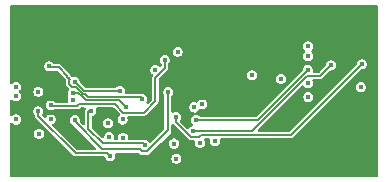
<source format=gbr>
%TF.GenerationSoftware,KiCad,Pcbnew,9.0.2*%
%TF.CreationDate,2025-07-04T11:51:32+02:00*%
%TF.ProjectId,WiFi_1YN,57694669-5f31-4594-9e2e-6b696361645f,rev?*%
%TF.SameCoordinates,Original*%
%TF.FileFunction,Copper,L2,Inr*%
%TF.FilePolarity,Positive*%
%FSLAX46Y46*%
G04 Gerber Fmt 4.6, Leading zero omitted, Abs format (unit mm)*
G04 Created by KiCad (PCBNEW 9.0.2) date 2025-07-04 11:51:32*
%MOMM*%
%LPD*%
G01*
G04 APERTURE LIST*
%TA.AperFunction,ViaPad*%
%ADD10C,0.450000*%
%TD*%
%TA.AperFunction,Conductor*%
%ADD11C,0.200000*%
%TD*%
%TA.AperFunction,Conductor*%
%ADD12C,0.127000*%
%TD*%
G04 APERTURE END LIST*
D10*
%TO.N,GND*%
X191300000Y-66150000D03*
X200025000Y-72212200D03*
X193395600Y-61595000D03*
X196780000Y-74884200D03*
X210315100Y-61625400D03*
X206300000Y-65600000D03*
X200374999Y-66672254D03*
X202415569Y-72118587D03*
X210315100Y-74909600D03*
X217093800Y-72339200D03*
X201375285Y-70027800D03*
X197500000Y-63600000D03*
X204350000Y-67275000D03*
X203581000Y-61595000D03*
X213715600Y-72339200D03*
X200180500Y-61600000D03*
X218475000Y-65125000D03*
X200101200Y-68275200D03*
X217093800Y-74904600D03*
X207850000Y-68150000D03*
X203581000Y-74879200D03*
X205598660Y-63613410D03*
X191010000Y-67440000D03*
X196780000Y-61600000D03*
X216900000Y-66875000D03*
X194021017Y-66922348D03*
X201320400Y-70662800D03*
X198551800Y-65227200D03*
X201701400Y-74447400D03*
X213715600Y-61620400D03*
X206500000Y-67100000D03*
X208100000Y-66500000D03*
X213715600Y-74904600D03*
X198780400Y-68021200D03*
X189362212Y-69881334D03*
X215836831Y-65501119D03*
X206959200Y-61595000D03*
X203100000Y-65900000D03*
X193389400Y-64968200D03*
X193395600Y-74879200D03*
X198875000Y-66700000D03*
X204375000Y-65650000D03*
X206959200Y-74879200D03*
X215750000Y-67180000D03*
X189995100Y-74884200D03*
X203500000Y-63700000D03*
X215850000Y-64950000D03*
X196773800Y-64973200D03*
X200787000Y-65278000D03*
X191860000Y-71940000D03*
X217093800Y-61620400D03*
X201800000Y-63600000D03*
X189995100Y-61600000D03*
X204114400Y-74188500D03*
X207700000Y-64400000D03*
X202400000Y-66800000D03*
X189988900Y-64973200D03*
X200180500Y-74884200D03*
%TO.N,+3.3V*%
X218400000Y-68000000D03*
X202100000Y-68400000D03*
X192140000Y-70720000D03*
X205000000Y-69450000D03*
X194190000Y-70750000D03*
X211650000Y-67290000D03*
%TO.N,/BT_UART_TX*%
X199900000Y-69000000D03*
X192040000Y-66230000D03*
%TO.N,/BT_PCM_IN*%
X197104000Y-72237600D03*
X189210000Y-68770000D03*
%TO.N,/BT_PCM_OUT*%
X198272400Y-72270458D03*
X189210000Y-67975000D03*
%TO.N,/BT_REG_ON*%
X200100521Y-72899479D03*
X195600000Y-70039000D03*
%TO.N,/BT_UART_RX*%
X198023090Y-68294700D03*
X194190000Y-67550000D03*
%TO.N,/WL_REG_ON*%
X204319715Y-69696130D03*
X189210000Y-70740000D03*
%TO.N,/BT_HOST_WAKE*%
X192140000Y-69530000D03*
X201800000Y-65700000D03*
%TO.N,/BT_DEV_WAKE*%
X191160400Y-71932800D03*
X201007090Y-66520713D03*
%TO.N,/BT_UART_RTS*%
X194000000Y-69125003D03*
X198247000Y-70739000D03*
%TO.N,/BT_UART_CTS*%
X194000000Y-68500000D03*
X198510000Y-69680000D03*
%TO.N,/BT_PCM_CLK*%
X197200000Y-73850000D03*
X191110000Y-70040000D03*
%TO.N,/BT_PCM_SYNC*%
X197002400Y-71069200D03*
X191109600Y-68376800D03*
%TO.N,/WIFI_SDIO_CMD*%
X206050000Y-72600000D03*
X213950000Y-64550000D03*
%TO.N,/WIFI_SDIO_CLK*%
X202800000Y-74050000D03*
X213950000Y-65350000D03*
%TO.N,/WL_GPIO_0_HOST_WAKE*%
X218475000Y-66075000D03*
X202751136Y-70525000D03*
%TO.N,/WIFI_SDIO_DAT3*%
X215875000Y-66150000D03*
X204239672Y-71735328D03*
%TO.N,/WIFI_SDIO_DAT1*%
X204439717Y-70760283D03*
X213900000Y-66550000D03*
%TO.N,/WIFI_SDIO_DAT2*%
X202599998Y-72774998D03*
X213950000Y-67680000D03*
%TO.N,/WIFI_SDIO_DAT0*%
X204779578Y-72711500D03*
X213970000Y-68830000D03*
%TO.N,/32KHz*%
X209200000Y-66990000D03*
X202900000Y-65000000D03*
%TD*%
D11*
%TO.N,+3.3V*%
X199882644Y-73425479D02*
X200318398Y-73425479D01*
X200318398Y-73425479D02*
X202073998Y-71669879D01*
X199701865Y-73244700D02*
X199882644Y-73425479D01*
X194190000Y-70905881D02*
X196528819Y-73244700D01*
X196528819Y-73244700D02*
X199701865Y-73244700D01*
X194190000Y-70750000D02*
X194190000Y-70905881D01*
X202073998Y-68426002D02*
X202100000Y-68400000D01*
X202073998Y-71669879D02*
X202073998Y-68426002D01*
D12*
%TO.N,/BT_UART_TX*%
X193997597Y-68014500D02*
X193725500Y-67742403D01*
X198095862Y-68802000D02*
X195302000Y-68802000D01*
X193762431Y-67320665D02*
X193556517Y-67114751D01*
X195054000Y-68554000D02*
X194871560Y-68554000D01*
X199900000Y-68954000D02*
X199796000Y-68850000D01*
X194871560Y-68554000D02*
X194332060Y-68014500D01*
X194332060Y-68014500D02*
X193997597Y-68014500D01*
X193556517Y-67114751D02*
X193556517Y-67056517D01*
X199900000Y-69000000D02*
X199900000Y-68954000D01*
X193725500Y-67357597D02*
X193762431Y-67320665D01*
X192836400Y-66336400D02*
X192146400Y-66336400D01*
X193556517Y-67056517D02*
X192836400Y-66336400D01*
X192146400Y-66336400D02*
X192040000Y-66230000D01*
X199796000Y-68850000D02*
X198143862Y-68850000D01*
X198143862Y-68850000D02*
X198095862Y-68802000D01*
X193725500Y-67742403D02*
X193725500Y-67357597D01*
X195302000Y-68802000D02*
X195054000Y-68554000D01*
%TO.N,/BT_REG_ON*%
X199960000Y-72758958D02*
X200100521Y-72899479D01*
X195350000Y-71550400D02*
X196558558Y-72758958D01*
X195350000Y-70039000D02*
X195350000Y-71550400D01*
X195600000Y-70039000D02*
X195350000Y-70039000D01*
X196558558Y-72758958D02*
X199960000Y-72758958D01*
%TO.N,/BT_UART_RX*%
X197991790Y-68326000D02*
X194966000Y-68326000D01*
X194966000Y-68326000D02*
X194190000Y-67550000D01*
X198023090Y-68294700D02*
X197991790Y-68326000D01*
%TO.N,/BT_HOST_WAKE*%
X194392758Y-69619500D02*
X192329500Y-69619500D01*
X201025000Y-67157600D02*
X201062461Y-67157600D01*
X201025000Y-67157600D02*
X201025000Y-69175000D01*
X198307242Y-70169500D02*
X197595742Y-69458000D01*
X194554258Y-69458000D02*
X194392758Y-69619500D01*
X192329500Y-69619500D02*
X192240000Y-69530000D01*
X201062461Y-67157600D02*
X201800000Y-66420061D01*
X197595742Y-69458000D02*
X194554258Y-69458000D01*
X201025000Y-69175000D02*
X200030500Y-70169500D01*
X201800000Y-66420061D02*
X201800000Y-65700000D01*
X200030500Y-70169500D02*
X198307242Y-70169500D01*
%TO.N,/BT_UART_CTS*%
X194000000Y-68500000D02*
X194495120Y-68500000D01*
X194495120Y-68500000D02*
X194777120Y-68782000D01*
X195130000Y-69130000D02*
X197960000Y-69130000D01*
X194777120Y-68782000D02*
X194782000Y-68782000D01*
X194782000Y-68782000D02*
X195130000Y-69130000D01*
X197960000Y-69130000D02*
X198510000Y-69680000D01*
%TO.N,/BT_PCM_CLK*%
X197200000Y-73850000D02*
X196959200Y-73609200D01*
X196959200Y-73609200D02*
X194259200Y-73609200D01*
X191110000Y-70460000D02*
X191110000Y-70040000D01*
X194259200Y-73609200D02*
X191110000Y-70460000D01*
%TO.N,/WL_GPIO_0_HOST_WAKE*%
X212486672Y-72063328D02*
X204868672Y-72063328D01*
X202751136Y-70939050D02*
X202751136Y-70525000D01*
X218475000Y-66075000D02*
X212486672Y-72063328D01*
X204036914Y-72224828D02*
X202751136Y-70939050D01*
X204868672Y-72063328D02*
X204707172Y-72224828D01*
X204707172Y-72224828D02*
X204036914Y-72224828D01*
%TO.N,/WIFI_SDIO_DAT3*%
X215875000Y-66150000D02*
X214985500Y-67039500D01*
X213874362Y-67039500D02*
X209178534Y-71735328D01*
X214985500Y-67039500D02*
X213874362Y-67039500D01*
X209178534Y-71735328D02*
X204239672Y-71735328D01*
%TO.N,/WIFI_SDIO_DAT1*%
X209689717Y-70760283D02*
X204439717Y-70760283D01*
X213900000Y-66550000D02*
X209689717Y-70760283D01*
%TD*%
%TA.AperFunction,Conductor*%
%TO.N,GND*%
G36*
X219842539Y-61090185D02*
G01*
X219888294Y-61142989D01*
X219899500Y-61194500D01*
X219899500Y-75478100D01*
X219879815Y-75545139D01*
X219827011Y-75590894D01*
X219775500Y-75602100D01*
X188830500Y-75602100D01*
X188763461Y-75582415D01*
X188717706Y-75529611D01*
X188706500Y-75478100D01*
X188706500Y-71876782D01*
X190734900Y-71876782D01*
X190734900Y-71988818D01*
X190763897Y-72097037D01*
X190819915Y-72194063D01*
X190899137Y-72273285D01*
X190996163Y-72329303D01*
X191104382Y-72358300D01*
X191104384Y-72358300D01*
X191216416Y-72358300D01*
X191216418Y-72358300D01*
X191324637Y-72329303D01*
X191421663Y-72273285D01*
X191500885Y-72194063D01*
X191556903Y-72097037D01*
X191585900Y-71988818D01*
X191585900Y-71876782D01*
X191556903Y-71768563D01*
X191500885Y-71671537D01*
X191421663Y-71592315D01*
X191324637Y-71536297D01*
X191216418Y-71507300D01*
X191104382Y-71507300D01*
X190996163Y-71536297D01*
X190996160Y-71536298D01*
X190899140Y-71592313D01*
X190899134Y-71592317D01*
X190819917Y-71671534D01*
X190819913Y-71671540D01*
X190763898Y-71768560D01*
X190763897Y-71768563D01*
X190734900Y-71876782D01*
X188706500Y-71876782D01*
X188706500Y-71137610D01*
X188726185Y-71070571D01*
X188778989Y-71024816D01*
X188848147Y-71014872D01*
X188911703Y-71043897D01*
X188918181Y-71049929D01*
X188948737Y-71080485D01*
X189045763Y-71136503D01*
X189153982Y-71165500D01*
X189153984Y-71165500D01*
X189266016Y-71165500D01*
X189266018Y-71165500D01*
X189374237Y-71136503D01*
X189471263Y-71080485D01*
X189550485Y-71001263D01*
X189606503Y-70904237D01*
X189635500Y-70796018D01*
X189635500Y-70683982D01*
X189606503Y-70575763D01*
X189550485Y-70478737D01*
X189471263Y-70399515D01*
X189374237Y-70343497D01*
X189266018Y-70314500D01*
X189153982Y-70314500D01*
X189045763Y-70343497D01*
X189045760Y-70343498D01*
X188948740Y-70399513D01*
X188948734Y-70399517D01*
X188918181Y-70430071D01*
X188856858Y-70463556D01*
X188787166Y-70458572D01*
X188731233Y-70416700D01*
X188706816Y-70351236D01*
X188706500Y-70342390D01*
X188706500Y-69983982D01*
X190684500Y-69983982D01*
X190684500Y-70096018D01*
X190713497Y-70204237D01*
X190769515Y-70301263D01*
X190769517Y-70301265D01*
X190809681Y-70341429D01*
X190843166Y-70402752D01*
X190846000Y-70429110D01*
X190846000Y-70512513D01*
X190886192Y-70609544D01*
X194035392Y-73758744D01*
X194109656Y-73833008D01*
X194206687Y-73873200D01*
X196670558Y-73873200D01*
X196737597Y-73892885D01*
X196783352Y-73945689D01*
X196790330Y-73965100D01*
X196803497Y-74014237D01*
X196859515Y-74111263D01*
X196938737Y-74190485D01*
X197035763Y-74246503D01*
X197143982Y-74275500D01*
X197143984Y-74275500D01*
X197256016Y-74275500D01*
X197256018Y-74275500D01*
X197364237Y-74246503D01*
X197461263Y-74190485D01*
X197540485Y-74111263D01*
X197596503Y-74014237D01*
X197601930Y-73993982D01*
X202374500Y-73993982D01*
X202374500Y-74106018D01*
X202403497Y-74214237D01*
X202459515Y-74311263D01*
X202538737Y-74390485D01*
X202635763Y-74446503D01*
X202743982Y-74475500D01*
X202743984Y-74475500D01*
X202856016Y-74475500D01*
X202856018Y-74475500D01*
X202964237Y-74446503D01*
X203061263Y-74390485D01*
X203140485Y-74311263D01*
X203196503Y-74214237D01*
X203225500Y-74106018D01*
X203225500Y-73993982D01*
X203196503Y-73885763D01*
X203140485Y-73788737D01*
X203061263Y-73709515D01*
X202964237Y-73653497D01*
X202856018Y-73624500D01*
X202743982Y-73624500D01*
X202635763Y-73653497D01*
X202635760Y-73653498D01*
X202538740Y-73709513D01*
X202538734Y-73709517D01*
X202459517Y-73788734D01*
X202459513Y-73788740D01*
X202403498Y-73885760D01*
X202403497Y-73885763D01*
X202374500Y-73993982D01*
X197601930Y-73993982D01*
X197625500Y-73906018D01*
X197625500Y-73793982D01*
X197600664Y-73701292D01*
X197602327Y-73631443D01*
X197641490Y-73573581D01*
X197705718Y-73546077D01*
X197720439Y-73545200D01*
X199526032Y-73545200D01*
X199593071Y-73564885D01*
X199613713Y-73581519D01*
X199642184Y-73609990D01*
X199698133Y-73665939D01*
X199698135Y-73665940D01*
X199698139Y-73665943D01*
X199732469Y-73685763D01*
X199766655Y-73705500D01*
X199843082Y-73725979D01*
X199843084Y-73725979D01*
X200357958Y-73725979D01*
X200357960Y-73725979D01*
X200434387Y-73705500D01*
X200502909Y-73665939D01*
X200558858Y-73609990D01*
X201449868Y-72718980D01*
X202174498Y-72718980D01*
X202174498Y-72831016D01*
X202203495Y-72939235D01*
X202259513Y-73036261D01*
X202338735Y-73115483D01*
X202435761Y-73171501D01*
X202543980Y-73200498D01*
X202543982Y-73200498D01*
X202656014Y-73200498D01*
X202656016Y-73200498D01*
X202764235Y-73171501D01*
X202861261Y-73115483D01*
X202940483Y-73036261D01*
X202996501Y-72939235D01*
X203025498Y-72831016D01*
X203025498Y-72718980D01*
X202996501Y-72610761D01*
X202940483Y-72513735D01*
X202861261Y-72434513D01*
X202764235Y-72378495D01*
X202656016Y-72349498D01*
X202543980Y-72349498D01*
X202435761Y-72378495D01*
X202435758Y-72378496D01*
X202338738Y-72434511D01*
X202338732Y-72434515D01*
X202259515Y-72513732D01*
X202259511Y-72513738D01*
X202203496Y-72610758D01*
X202203495Y-72610761D01*
X202174498Y-72718980D01*
X201449868Y-72718980D01*
X202314458Y-71854390D01*
X202354019Y-71785868D01*
X202374498Y-71709441D01*
X202374498Y-71235126D01*
X202394183Y-71168087D01*
X202446987Y-71122332D01*
X202516145Y-71112388D01*
X202579701Y-71141413D01*
X202586178Y-71147444D01*
X203887370Y-72448637D01*
X203955981Y-72477056D01*
X203984401Y-72488828D01*
X203984402Y-72488828D01*
X204089427Y-72488828D01*
X204237133Y-72488828D01*
X204304172Y-72508513D01*
X204349927Y-72561317D01*
X204359871Y-72630475D01*
X204356908Y-72644920D01*
X204354078Y-72655480D01*
X204354078Y-72655482D01*
X204354078Y-72767518D01*
X204383075Y-72875737D01*
X204439093Y-72972763D01*
X204518315Y-73051985D01*
X204615341Y-73108003D01*
X204723560Y-73137000D01*
X204723562Y-73137000D01*
X204835594Y-73137000D01*
X204835596Y-73137000D01*
X204943815Y-73108003D01*
X205040841Y-73051985D01*
X205120063Y-72972763D01*
X205176081Y-72875737D01*
X205205078Y-72767518D01*
X205205078Y-72655482D01*
X205176081Y-72547263D01*
X205156487Y-72513326D01*
X205140016Y-72445427D01*
X205162869Y-72379400D01*
X205217791Y-72336210D01*
X205263876Y-72327328D01*
X205520953Y-72327328D01*
X205587992Y-72347013D01*
X205633747Y-72399817D01*
X205643691Y-72468975D01*
X205640731Y-72483404D01*
X205624500Y-72543982D01*
X205624500Y-72656018D01*
X205653497Y-72764237D01*
X205709515Y-72861263D01*
X205788737Y-72940485D01*
X205885763Y-72996503D01*
X205993982Y-73025500D01*
X205993984Y-73025500D01*
X206106016Y-73025500D01*
X206106018Y-73025500D01*
X206214237Y-72996503D01*
X206311263Y-72940485D01*
X206390485Y-72861263D01*
X206446503Y-72764237D01*
X206475500Y-72656018D01*
X206475500Y-72543982D01*
X206459272Y-72483418D01*
X206460935Y-72413572D01*
X206500097Y-72355710D01*
X206564325Y-72328205D01*
X206579047Y-72327328D01*
X212539184Y-72327328D01*
X212539185Y-72327328D01*
X212636216Y-72287136D01*
X216979371Y-67943982D01*
X217974500Y-67943982D01*
X217974500Y-68056018D01*
X218003497Y-68164237D01*
X218059515Y-68261263D01*
X218138737Y-68340485D01*
X218235763Y-68396503D01*
X218343982Y-68425500D01*
X218343984Y-68425500D01*
X218456016Y-68425500D01*
X218456018Y-68425500D01*
X218564237Y-68396503D01*
X218661263Y-68340485D01*
X218740485Y-68261263D01*
X218796503Y-68164237D01*
X218825500Y-68056018D01*
X218825500Y-67943982D01*
X218796503Y-67835763D01*
X218740485Y-67738737D01*
X218661263Y-67659515D01*
X218564237Y-67603497D01*
X218456018Y-67574500D01*
X218343982Y-67574500D01*
X218235763Y-67603497D01*
X218235760Y-67603498D01*
X218138740Y-67659513D01*
X218138734Y-67659517D01*
X218059517Y-67738734D01*
X218059513Y-67738740D01*
X218003498Y-67835760D01*
X218003497Y-67835763D01*
X217974500Y-67943982D01*
X216979371Y-67943982D01*
X218386534Y-66536819D01*
X218447857Y-66503334D01*
X218474215Y-66500500D01*
X218531016Y-66500500D01*
X218531018Y-66500500D01*
X218639237Y-66471503D01*
X218736263Y-66415485D01*
X218815485Y-66336263D01*
X218871503Y-66239237D01*
X218900500Y-66131018D01*
X218900500Y-66018982D01*
X218871503Y-65910763D01*
X218815485Y-65813737D01*
X218736263Y-65734515D01*
X218639237Y-65678497D01*
X218531018Y-65649500D01*
X218418982Y-65649500D01*
X218310763Y-65678497D01*
X218310760Y-65678498D01*
X218213740Y-65734513D01*
X218213734Y-65734517D01*
X218134517Y-65813734D01*
X218134513Y-65813740D01*
X218078498Y-65910760D01*
X218078497Y-65910763D01*
X218049500Y-66018982D01*
X218049500Y-66075785D01*
X218029815Y-66142824D01*
X218013181Y-66163466D01*
X212413639Y-71763009D01*
X212352316Y-71796494D01*
X212325958Y-71799328D01*
X209787248Y-71799328D01*
X209720209Y-71779643D01*
X209674454Y-71726839D01*
X209664510Y-71657681D01*
X209693535Y-71594125D01*
X209699567Y-71587647D01*
X211149856Y-70137358D01*
X212513231Y-68773982D01*
X213544500Y-68773982D01*
X213544500Y-68886018D01*
X213564529Y-68960765D01*
X213573497Y-68994236D01*
X213573498Y-68994239D01*
X213582169Y-69009258D01*
X213629515Y-69091263D01*
X213708737Y-69170485D01*
X213805763Y-69226503D01*
X213913982Y-69255500D01*
X213913984Y-69255500D01*
X214026016Y-69255500D01*
X214026018Y-69255500D01*
X214134237Y-69226503D01*
X214231263Y-69170485D01*
X214310485Y-69091263D01*
X214366503Y-68994237D01*
X214395500Y-68886018D01*
X214395500Y-68773982D01*
X214366503Y-68665763D01*
X214310485Y-68568737D01*
X214231263Y-68489515D01*
X214134237Y-68433497D01*
X214026018Y-68404500D01*
X213913982Y-68404500D01*
X213805763Y-68433497D01*
X213805760Y-68433498D01*
X213708740Y-68489513D01*
X213708734Y-68489517D01*
X213629517Y-68568734D01*
X213629513Y-68568740D01*
X213573498Y-68665760D01*
X213573497Y-68665763D01*
X213544500Y-68773982D01*
X212513231Y-68773982D01*
X213398777Y-67888436D01*
X213460098Y-67854953D01*
X213529790Y-67859937D01*
X213585723Y-67901809D01*
X213593841Y-67914115D01*
X213609515Y-67941263D01*
X213688737Y-68020485D01*
X213785763Y-68076503D01*
X213893982Y-68105500D01*
X213893984Y-68105500D01*
X214006016Y-68105500D01*
X214006018Y-68105500D01*
X214114237Y-68076503D01*
X214211263Y-68020485D01*
X214290485Y-67941263D01*
X214346503Y-67844237D01*
X214375500Y-67736018D01*
X214375500Y-67623982D01*
X214346503Y-67515763D01*
X214331339Y-67489499D01*
X214314867Y-67421600D01*
X214337719Y-67355573D01*
X214392641Y-67312382D01*
X214438727Y-67303500D01*
X215038012Y-67303500D01*
X215038013Y-67303500D01*
X215135044Y-67263308D01*
X215786534Y-66611819D01*
X215847857Y-66578334D01*
X215874215Y-66575500D01*
X215931016Y-66575500D01*
X215931018Y-66575500D01*
X216039237Y-66546503D01*
X216136263Y-66490485D01*
X216215485Y-66411263D01*
X216271503Y-66314237D01*
X216300500Y-66206018D01*
X216300500Y-66093982D01*
X216271503Y-65985763D01*
X216215485Y-65888737D01*
X216136263Y-65809515D01*
X216071579Y-65772169D01*
X216039239Y-65753498D01*
X216039238Y-65753497D01*
X216039237Y-65753497D01*
X215931018Y-65724500D01*
X215818982Y-65724500D01*
X215710763Y-65753497D01*
X215710760Y-65753498D01*
X215613740Y-65809513D01*
X215613734Y-65809517D01*
X215534517Y-65888734D01*
X215534513Y-65888740D01*
X215478498Y-65985760D01*
X215478497Y-65985763D01*
X215449500Y-66093982D01*
X215449500Y-66150785D01*
X215429815Y-66217824D01*
X215413181Y-66238466D01*
X214912467Y-66739181D01*
X214851144Y-66772666D01*
X214824786Y-66775500D01*
X214441687Y-66775500D01*
X214374648Y-66755815D01*
X214328893Y-66703011D01*
X214318949Y-66633853D01*
X214321909Y-66619417D01*
X214325500Y-66606018D01*
X214325500Y-66493982D01*
X214296503Y-66385763D01*
X214240485Y-66288737D01*
X214161263Y-66209515D01*
X214064237Y-66153497D01*
X213956018Y-66124500D01*
X213843982Y-66124500D01*
X213735763Y-66153497D01*
X213735760Y-66153498D01*
X213638740Y-66209513D01*
X213638734Y-66209517D01*
X213559517Y-66288734D01*
X213559513Y-66288740D01*
X213503498Y-66385760D01*
X213503497Y-66385763D01*
X213474500Y-66493982D01*
X213474500Y-66550786D01*
X213454815Y-66617825D01*
X213438181Y-66638467D01*
X209616684Y-70459964D01*
X209555361Y-70493449D01*
X209529003Y-70496283D01*
X204828827Y-70496283D01*
X204761788Y-70476598D01*
X204741146Y-70459964D01*
X204700982Y-70419800D01*
X204700980Y-70419798D01*
X204603954Y-70363780D01*
X204495735Y-70334783D01*
X204495734Y-70334783D01*
X204487885Y-70332680D01*
X204488522Y-70330299D01*
X204435992Y-70307047D01*
X204397534Y-70248713D01*
X204396719Y-70178848D01*
X204433806Y-70119634D01*
X204476765Y-70096516D01*
X204476445Y-70095742D01*
X204483943Y-70092635D01*
X204483952Y-70092633D01*
X204580978Y-70036615D01*
X204660200Y-69957393D01*
X204691592Y-69903019D01*
X204742156Y-69854805D01*
X204810763Y-69841581D01*
X204831072Y-69845245D01*
X204835759Y-69846501D01*
X204835763Y-69846503D01*
X204943982Y-69875500D01*
X204943985Y-69875500D01*
X205056016Y-69875500D01*
X205056018Y-69875500D01*
X205164237Y-69846503D01*
X205261263Y-69790485D01*
X205340485Y-69711263D01*
X205396503Y-69614237D01*
X205425500Y-69506018D01*
X205425500Y-69393982D01*
X205396503Y-69285763D01*
X205340485Y-69188737D01*
X205261263Y-69109515D01*
X205185283Y-69065648D01*
X205164239Y-69053498D01*
X205164238Y-69053497D01*
X205164237Y-69053497D01*
X205056018Y-69024500D01*
X204943982Y-69024500D01*
X204835763Y-69053497D01*
X204835760Y-69053498D01*
X204738740Y-69109513D01*
X204738734Y-69109517D01*
X204659517Y-69188734D01*
X204659513Y-69188740D01*
X204628121Y-69243111D01*
X204577553Y-69291326D01*
X204508946Y-69304547D01*
X204488642Y-69300884D01*
X204483953Y-69299627D01*
X204483952Y-69299627D01*
X204375733Y-69270630D01*
X204263697Y-69270630D01*
X204155478Y-69299627D01*
X204155475Y-69299628D01*
X204058455Y-69355643D01*
X204058449Y-69355647D01*
X203979232Y-69434864D01*
X203979228Y-69434870D01*
X203923213Y-69531890D01*
X203923212Y-69531893D01*
X203894215Y-69640112D01*
X203894215Y-69752148D01*
X203918179Y-69841581D01*
X203923212Y-69860366D01*
X203923213Y-69860369D01*
X203931948Y-69875499D01*
X203979230Y-69957393D01*
X204058452Y-70036615D01*
X204155478Y-70092633D01*
X204263697Y-70121630D01*
X204263699Y-70121630D01*
X204271547Y-70123733D01*
X204270908Y-70126117D01*
X204323418Y-70149348D01*
X204361889Y-70207673D01*
X204362719Y-70277537D01*
X204325646Y-70336760D01*
X204282666Y-70359898D01*
X204282987Y-70360671D01*
X204275477Y-70363781D01*
X204178457Y-70419796D01*
X204178451Y-70419800D01*
X204099234Y-70499017D01*
X204099230Y-70499023D01*
X204043215Y-70596043D01*
X204043214Y-70596046D01*
X204014217Y-70704265D01*
X204014217Y-70816301D01*
X204043214Y-70924520D01*
X204099232Y-71021546D01*
X204178454Y-71100768D01*
X204178456Y-71100769D01*
X204182251Y-71103681D01*
X204223453Y-71160110D01*
X204227607Y-71229856D01*
X204193393Y-71290776D01*
X204138858Y-71321830D01*
X204075439Y-71338823D01*
X204075432Y-71338826D01*
X203978412Y-71394841D01*
X203978406Y-71394845D01*
X203899189Y-71474062D01*
X203899183Y-71474070D01*
X203892253Y-71486073D01*
X203841684Y-71534286D01*
X203773077Y-71547506D01*
X203708213Y-71521535D01*
X203697188Y-71511749D01*
X203115007Y-70929568D01*
X203081522Y-70868245D01*
X203086506Y-70798553D01*
X203095293Y-70779902D01*
X203147639Y-70689237D01*
X203176636Y-70581018D01*
X203176636Y-70468982D01*
X203147639Y-70360763D01*
X203091621Y-70263737D01*
X203012399Y-70184515D01*
X202915373Y-70128497D01*
X202807154Y-70099500D01*
X202695118Y-70099500D01*
X202586899Y-70128497D01*
X202586898Y-70128497D01*
X202560497Y-70143740D01*
X202492596Y-70160211D01*
X202426570Y-70137358D01*
X202383380Y-70082437D01*
X202374498Y-70036352D01*
X202374498Y-68778612D01*
X202394183Y-68711573D01*
X202410817Y-68690931D01*
X202423574Y-68678174D01*
X202440485Y-68661263D01*
X202496503Y-68564237D01*
X202525500Y-68456018D01*
X202525500Y-68343982D01*
X202496503Y-68235763D01*
X202440485Y-68138737D01*
X202361263Y-68059515D01*
X202264237Y-68003497D01*
X202156018Y-67974500D01*
X202043982Y-67974500D01*
X201935763Y-68003497D01*
X201935760Y-68003498D01*
X201838740Y-68059513D01*
X201838734Y-68059517D01*
X201759517Y-68138734D01*
X201759513Y-68138740D01*
X201703498Y-68235760D01*
X201703497Y-68235763D01*
X201674500Y-68343982D01*
X201674500Y-68456018D01*
X201703497Y-68564237D01*
X201746120Y-68638063D01*
X201756885Y-68656707D01*
X201773498Y-68718707D01*
X201773498Y-71494045D01*
X201753813Y-71561084D01*
X201737179Y-71581726D01*
X200643004Y-72675900D01*
X200581681Y-72709385D01*
X200511989Y-72704401D01*
X200456056Y-72662529D01*
X200447936Y-72650219D01*
X200447385Y-72649266D01*
X200441006Y-72638216D01*
X200361784Y-72558994D01*
X200283388Y-72513732D01*
X200264760Y-72502977D01*
X200264759Y-72502976D01*
X200264758Y-72502976D01*
X200156539Y-72473979D01*
X200044503Y-72473979D01*
X199981976Y-72490733D01*
X199949883Y-72494958D01*
X198814355Y-72494958D01*
X198747316Y-72475273D01*
X198701561Y-72422469D01*
X198691617Y-72353311D01*
X198694580Y-72338865D01*
X198697900Y-72326476D01*
X198697900Y-72214440D01*
X198668903Y-72106221D01*
X198612885Y-72009195D01*
X198533663Y-71929973D01*
X198436637Y-71873955D01*
X198328418Y-71844958D01*
X198216382Y-71844958D01*
X198108163Y-71873955D01*
X198108160Y-71873956D01*
X198011140Y-71929971D01*
X198011134Y-71929975D01*
X197931917Y-72009192D01*
X197931913Y-72009198D01*
X197875898Y-72106218D01*
X197875897Y-72106221D01*
X197846900Y-72214440D01*
X197846900Y-72326476D01*
X197850185Y-72338737D01*
X197850220Y-72338865D01*
X197849624Y-72363859D01*
X197853183Y-72388605D01*
X197848807Y-72398185D01*
X197848557Y-72408714D01*
X197834544Y-72429416D01*
X197824158Y-72452161D01*
X197815296Y-72457855D01*
X197809394Y-72466577D01*
X197786413Y-72476418D01*
X197765380Y-72489935D01*
X197749524Y-72492214D01*
X197745166Y-72494081D01*
X197730445Y-72494958D01*
X197637151Y-72494958D01*
X197570112Y-72475273D01*
X197524357Y-72422469D01*
X197514413Y-72353311D01*
X197517376Y-72338865D01*
X197517410Y-72338737D01*
X197529500Y-72293618D01*
X197529500Y-72181582D01*
X197500503Y-72073363D01*
X197444485Y-71976337D01*
X197365263Y-71897115D01*
X197291249Y-71854383D01*
X197268239Y-71841098D01*
X197268238Y-71841097D01*
X197268237Y-71841097D01*
X197160018Y-71812100D01*
X197047982Y-71812100D01*
X196939763Y-71841097D01*
X196939760Y-71841098D01*
X196842740Y-71897113D01*
X196842734Y-71897117D01*
X196763517Y-71976334D01*
X196763513Y-71976340D01*
X196707498Y-72073360D01*
X196707497Y-72073363D01*
X196678500Y-72181582D01*
X196678500Y-72206186D01*
X196658815Y-72273225D01*
X196606011Y-72318980D01*
X196536853Y-72328924D01*
X196473297Y-72299899D01*
X196466819Y-72293867D01*
X195650319Y-71477367D01*
X195616834Y-71416044D01*
X195614000Y-71389686D01*
X195614000Y-71013182D01*
X196576900Y-71013182D01*
X196576900Y-71125218D01*
X196605897Y-71233437D01*
X196661915Y-71330463D01*
X196741137Y-71409685D01*
X196838163Y-71465703D01*
X196946382Y-71494700D01*
X196946384Y-71494700D01*
X197058416Y-71494700D01*
X197058418Y-71494700D01*
X197166637Y-71465703D01*
X197263663Y-71409685D01*
X197342885Y-71330463D01*
X197398903Y-71233437D01*
X197427900Y-71125218D01*
X197427900Y-71013182D01*
X197398903Y-70904963D01*
X197342885Y-70807937D01*
X197263663Y-70728715D01*
X197166637Y-70672697D01*
X197058418Y-70643700D01*
X196946382Y-70643700D01*
X196838163Y-70672697D01*
X196838160Y-70672698D01*
X196741140Y-70728713D01*
X196741134Y-70728717D01*
X196661917Y-70807934D01*
X196661913Y-70807940D01*
X196605898Y-70904960D01*
X196605897Y-70904963D01*
X196576900Y-71013182D01*
X195614000Y-71013182D01*
X195614000Y-70570907D01*
X195633685Y-70503868D01*
X195686489Y-70458113D01*
X195705902Y-70451133D01*
X195764237Y-70435503D01*
X195861263Y-70379485D01*
X195940485Y-70300263D01*
X195996503Y-70203237D01*
X196025500Y-70095018D01*
X196025500Y-69982982D01*
X195997395Y-69878092D01*
X195999058Y-69808243D01*
X196038221Y-69750381D01*
X196102449Y-69722877D01*
X196117170Y-69722000D01*
X197435028Y-69722000D01*
X197502067Y-69741685D01*
X197522709Y-69758319D01*
X197986639Y-70222250D01*
X198020124Y-70283573D01*
X198015140Y-70353265D01*
X197986640Y-70397612D01*
X197906514Y-70477738D01*
X197906513Y-70477740D01*
X197850498Y-70574760D01*
X197850497Y-70574763D01*
X197821500Y-70682982D01*
X197821500Y-70795018D01*
X197846023Y-70886537D01*
X197850497Y-70903236D01*
X197850498Y-70903239D01*
X197856847Y-70914236D01*
X197906515Y-71000263D01*
X197985737Y-71079485D01*
X198082763Y-71135503D01*
X198190982Y-71164500D01*
X198190984Y-71164500D01*
X198303016Y-71164500D01*
X198303018Y-71164500D01*
X198411237Y-71135503D01*
X198508263Y-71079485D01*
X198587485Y-71000263D01*
X198643503Y-70903237D01*
X198672500Y-70795018D01*
X198672500Y-70682982D01*
X198647476Y-70589590D01*
X198649139Y-70519744D01*
X198688301Y-70461881D01*
X198752530Y-70434377D01*
X198767251Y-70433500D01*
X200083012Y-70433500D01*
X200083013Y-70433500D01*
X200180044Y-70393308D01*
X201248808Y-69324544D01*
X201259129Y-69299627D01*
X201289000Y-69227513D01*
X201289000Y-67355775D01*
X201308685Y-67288736D01*
X201325319Y-67268094D01*
X201659432Y-66933982D01*
X208774500Y-66933982D01*
X208774500Y-67046018D01*
X208803497Y-67154237D01*
X208859515Y-67251263D01*
X208938737Y-67330485D01*
X209035763Y-67386503D01*
X209143982Y-67415500D01*
X209143984Y-67415500D01*
X209256016Y-67415500D01*
X209256018Y-67415500D01*
X209364237Y-67386503D01*
X209461263Y-67330485D01*
X209540485Y-67251263D01*
X209550462Y-67233982D01*
X211224500Y-67233982D01*
X211224500Y-67346018D01*
X211253497Y-67454237D01*
X211309515Y-67551263D01*
X211388737Y-67630485D01*
X211485763Y-67686503D01*
X211593982Y-67715500D01*
X211593984Y-67715500D01*
X211706016Y-67715500D01*
X211706018Y-67715500D01*
X211814237Y-67686503D01*
X211911263Y-67630485D01*
X211990485Y-67551263D01*
X212046503Y-67454237D01*
X212075500Y-67346018D01*
X212075500Y-67233982D01*
X212046503Y-67125763D01*
X211990485Y-67028737D01*
X211911263Y-66949515D01*
X211814237Y-66893497D01*
X211706018Y-66864500D01*
X211593982Y-66864500D01*
X211485763Y-66893497D01*
X211485760Y-66893498D01*
X211388740Y-66949513D01*
X211388734Y-66949517D01*
X211309517Y-67028734D01*
X211309513Y-67028740D01*
X211253498Y-67125760D01*
X211253497Y-67125763D01*
X211224500Y-67233982D01*
X209550462Y-67233982D01*
X209596503Y-67154237D01*
X209625500Y-67046018D01*
X209625500Y-66933982D01*
X209596503Y-66825763D01*
X209540485Y-66728737D01*
X209461263Y-66649515D01*
X209379221Y-66602148D01*
X209364239Y-66593498D01*
X209364238Y-66593497D01*
X209364237Y-66593497D01*
X209256018Y-66564500D01*
X209143982Y-66564500D01*
X209035763Y-66593497D01*
X209035760Y-66593498D01*
X208938740Y-66649513D01*
X208938734Y-66649517D01*
X208859517Y-66728734D01*
X208859513Y-66728740D01*
X208803498Y-66825760D01*
X208803497Y-66825763D01*
X208774500Y-66933982D01*
X201659432Y-66933982D01*
X201755240Y-66838174D01*
X201879177Y-66714237D01*
X202023809Y-66569605D01*
X202064000Y-66472573D01*
X202064000Y-66367548D01*
X202064000Y-66089110D01*
X202083685Y-66022071D01*
X202100319Y-66001429D01*
X202115988Y-65985760D01*
X202140485Y-65961263D01*
X202196503Y-65864237D01*
X202225500Y-65756018D01*
X202225500Y-65643982D01*
X202196503Y-65535763D01*
X202140485Y-65438737D01*
X202061263Y-65359515D01*
X201964237Y-65303497D01*
X201856018Y-65274500D01*
X201743982Y-65274500D01*
X201635763Y-65303497D01*
X201635760Y-65303498D01*
X201538740Y-65359513D01*
X201538734Y-65359517D01*
X201459517Y-65438734D01*
X201459513Y-65438740D01*
X201403498Y-65535760D01*
X201403497Y-65535763D01*
X201374500Y-65643982D01*
X201374500Y-65756018D01*
X201403497Y-65864237D01*
X201459515Y-65961263D01*
X201459517Y-65961265D01*
X201499681Y-66001429D01*
X201514384Y-66028356D01*
X201530977Y-66054175D01*
X201531868Y-66060375D01*
X201533166Y-66062752D01*
X201536000Y-66089110D01*
X201536000Y-66148513D01*
X201516315Y-66215552D01*
X201463511Y-66261307D01*
X201394353Y-66271251D01*
X201330797Y-66242226D01*
X201324319Y-66236194D01*
X201268355Y-66180230D01*
X201268353Y-66180228D01*
X201183117Y-66131017D01*
X201171329Y-66124211D01*
X201171328Y-66124210D01*
X201171327Y-66124210D01*
X201063108Y-66095213D01*
X200951072Y-66095213D01*
X200842853Y-66124210D01*
X200842850Y-66124211D01*
X200745830Y-66180226D01*
X200745824Y-66180230D01*
X200666607Y-66259447D01*
X200666603Y-66259453D01*
X200610588Y-66356473D01*
X200610587Y-66356476D01*
X200581590Y-66464695D01*
X200581590Y-66576731D01*
X200601093Y-66649515D01*
X200610587Y-66684949D01*
X200610588Y-66684952D01*
X200627496Y-66714237D01*
X200666605Y-66781976D01*
X200745827Y-66861198D01*
X200745830Y-66861200D01*
X200752276Y-66866146D01*
X200751423Y-66867257D01*
X200793639Y-66911536D01*
X200806859Y-66980144D01*
X200797982Y-67015804D01*
X200761000Y-67105084D01*
X200761000Y-69014286D01*
X200741315Y-69081325D01*
X200724681Y-69101967D01*
X200462667Y-69363980D01*
X200401344Y-69397465D01*
X200331652Y-69392481D01*
X200275719Y-69350609D01*
X200251302Y-69285145D01*
X200266154Y-69216872D01*
X200267554Y-69214377D01*
X200296503Y-69164237D01*
X200325500Y-69056018D01*
X200325500Y-68943982D01*
X200296503Y-68835763D01*
X200240485Y-68738737D01*
X200161263Y-68659515D01*
X200064237Y-68603497D01*
X199956018Y-68574500D01*
X199843982Y-68574500D01*
X199816830Y-68581775D01*
X199784739Y-68586000D01*
X198547146Y-68586000D01*
X198480107Y-68566315D01*
X198434352Y-68513511D01*
X198424408Y-68444353D01*
X198427368Y-68429918D01*
X198448590Y-68350718D01*
X198448590Y-68238682D01*
X198419593Y-68130463D01*
X198363575Y-68033437D01*
X198284353Y-67954215D01*
X198187327Y-67898197D01*
X198079108Y-67869200D01*
X197967072Y-67869200D01*
X197858853Y-67898197D01*
X197858850Y-67898198D01*
X197761830Y-67954213D01*
X197761824Y-67954217D01*
X197690361Y-68025681D01*
X197629038Y-68059166D01*
X197602680Y-68062000D01*
X195126715Y-68062000D01*
X195059676Y-68042315D01*
X195039034Y-68025681D01*
X194651819Y-67638466D01*
X194618334Y-67577143D01*
X194615500Y-67550785D01*
X194615500Y-67493984D01*
X194615500Y-67493982D01*
X194586503Y-67385763D01*
X194530485Y-67288737D01*
X194451263Y-67209515D01*
X194354237Y-67153497D01*
X194246018Y-67124500D01*
X194133982Y-67124500D01*
X194049842Y-67147044D01*
X194037842Y-67146759D01*
X194026596Y-67150954D01*
X194003561Y-67145943D01*
X193979993Y-67145382D01*
X193968345Y-67138282D01*
X193958323Y-67136102D01*
X193930069Y-67114951D01*
X193838945Y-67023827D01*
X193812065Y-66983600D01*
X193780325Y-66906973D01*
X193706061Y-66832709D01*
X192985944Y-66112592D01*
X192888913Y-66072400D01*
X192511926Y-66072400D01*
X192444887Y-66052715D01*
X192404539Y-66010400D01*
X192380485Y-65968737D01*
X192301263Y-65889515D01*
X192204237Y-65833497D01*
X192096018Y-65804500D01*
X191983982Y-65804500D01*
X191875763Y-65833497D01*
X191875760Y-65833498D01*
X191778740Y-65889513D01*
X191778734Y-65889517D01*
X191699517Y-65968734D01*
X191699513Y-65968740D01*
X191643498Y-66065760D01*
X191643497Y-66065763D01*
X191614500Y-66173982D01*
X191614500Y-66286018D01*
X191641227Y-66385763D01*
X191643497Y-66394236D01*
X191643498Y-66394239D01*
X191655765Y-66415486D01*
X191699515Y-66491263D01*
X191778737Y-66570485D01*
X191875763Y-66626503D01*
X191983982Y-66655500D01*
X191983984Y-66655500D01*
X192096016Y-66655500D01*
X192096018Y-66655500D01*
X192204237Y-66626503D01*
X192220674Y-66617012D01*
X192282674Y-66600400D01*
X192675686Y-66600400D01*
X192742725Y-66620085D01*
X192763367Y-66636719D01*
X193274088Y-67147440D01*
X193300967Y-67187667D01*
X193332707Y-67264292D01*
X193332710Y-67264296D01*
X193425181Y-67356767D01*
X193458666Y-67418090D01*
X193461500Y-67444448D01*
X193461500Y-67689890D01*
X193461500Y-67794916D01*
X193501692Y-67891947D01*
X193501693Y-67891948D01*
X193666317Y-68056572D01*
X193699802Y-68117895D01*
X193694818Y-68187587D01*
X193666321Y-68231931D01*
X193659516Y-68238736D01*
X193659513Y-68238740D01*
X193603498Y-68335760D01*
X193603497Y-68335763D01*
X193574500Y-68443982D01*
X193574500Y-68556018D01*
X193602233Y-68659517D01*
X193603497Y-68664236D01*
X193603498Y-68664239D01*
X193653301Y-68750501D01*
X193669774Y-68818402D01*
X193653302Y-68874500D01*
X193603497Y-68960765D01*
X193603497Y-68960766D01*
X193574500Y-69068985D01*
X193574500Y-69181021D01*
X193579426Y-69199408D01*
X193577764Y-69269256D01*
X193538602Y-69327119D01*
X193474374Y-69354623D01*
X193459652Y-69355500D01*
X192602169Y-69355500D01*
X192535130Y-69335815D01*
X192494782Y-69293500D01*
X192489958Y-69285145D01*
X192480485Y-69268737D01*
X192401263Y-69189515D01*
X192304237Y-69133497D01*
X192196018Y-69104500D01*
X192083982Y-69104500D01*
X191975763Y-69133497D01*
X191975760Y-69133498D01*
X191878740Y-69189513D01*
X191878734Y-69189517D01*
X191799517Y-69268734D01*
X191799513Y-69268740D01*
X191743498Y-69365760D01*
X191743497Y-69365763D01*
X191714500Y-69473982D01*
X191714500Y-69586018D01*
X191743497Y-69694237D01*
X191799515Y-69791263D01*
X191878737Y-69870485D01*
X191975763Y-69926503D01*
X192083982Y-69955500D01*
X192083984Y-69955500D01*
X192196016Y-69955500D01*
X192196018Y-69955500D01*
X192304237Y-69926503D01*
X192349946Y-69900112D01*
X192411946Y-69883500D01*
X194445270Y-69883500D01*
X194445271Y-69883500D01*
X194542302Y-69843308D01*
X194627291Y-69758319D01*
X194688614Y-69724834D01*
X194714972Y-69722000D01*
X195009976Y-69722000D01*
X195077015Y-69741685D01*
X195122770Y-69794489D01*
X195132714Y-69863647D01*
X195124536Y-69893454D01*
X195086001Y-69986482D01*
X195086000Y-69986488D01*
X195086000Y-71077548D01*
X195066315Y-71144587D01*
X195013511Y-71190342D01*
X194944353Y-71200286D01*
X194880797Y-71171261D01*
X194874319Y-71165229D01*
X194644907Y-70935817D01*
X194611422Y-70874494D01*
X194612813Y-70816042D01*
X194615500Y-70806018D01*
X194615500Y-70693982D01*
X194586503Y-70585763D01*
X194530485Y-70488737D01*
X194451263Y-70409515D01*
X194372772Y-70364198D01*
X194354239Y-70353498D01*
X194354238Y-70353497D01*
X194354237Y-70353497D01*
X194246018Y-70324500D01*
X194133982Y-70324500D01*
X194025763Y-70353497D01*
X194025760Y-70353498D01*
X193928740Y-70409513D01*
X193928734Y-70409517D01*
X193849517Y-70488734D01*
X193849513Y-70488740D01*
X193793498Y-70585760D01*
X193793497Y-70585763D01*
X193764500Y-70693982D01*
X193764500Y-70806018D01*
X193793497Y-70914237D01*
X193849515Y-71011263D01*
X193928737Y-71090485D01*
X193964041Y-71110867D01*
X193989721Y-71130573D01*
X195992667Y-73133519D01*
X196026152Y-73194842D01*
X196021168Y-73264534D01*
X195979296Y-73320467D01*
X195913832Y-73344884D01*
X195904986Y-73345200D01*
X194419914Y-73345200D01*
X194352875Y-73325515D01*
X194332233Y-73308881D01*
X192314291Y-71290939D01*
X192280806Y-71229616D01*
X192285790Y-71159924D01*
X192327662Y-71103991D01*
X192339967Y-71095874D01*
X192401263Y-71060485D01*
X192480485Y-70981263D01*
X192536503Y-70884237D01*
X192565500Y-70776018D01*
X192565500Y-70663982D01*
X192536503Y-70555763D01*
X192480485Y-70458737D01*
X192401263Y-70379515D01*
X192323785Y-70334783D01*
X192304239Y-70323498D01*
X192304238Y-70323497D01*
X192304237Y-70323497D01*
X192196018Y-70294500D01*
X192083982Y-70294500D01*
X191975763Y-70323497D01*
X191975760Y-70323498D01*
X191878740Y-70379513D01*
X191878734Y-70379517D01*
X191799517Y-70458734D01*
X191799510Y-70458743D01*
X191764127Y-70520028D01*
X191746034Y-70537279D01*
X191731051Y-70557294D01*
X191721182Y-70560974D01*
X191713560Y-70568243D01*
X191689012Y-70572973D01*
X191665587Y-70581711D01*
X191655294Y-70579471D01*
X191644952Y-70581465D01*
X191621742Y-70572173D01*
X191597314Y-70566859D01*
X191584491Y-70557259D01*
X191580088Y-70555497D01*
X191569060Y-70545708D01*
X191471693Y-70448341D01*
X191438208Y-70387018D01*
X191443192Y-70317326D01*
X191451980Y-70298672D01*
X191506503Y-70204237D01*
X191535500Y-70096018D01*
X191535500Y-69983982D01*
X191506503Y-69875763D01*
X191450485Y-69778737D01*
X191371263Y-69699515D01*
X191274237Y-69643497D01*
X191166018Y-69614500D01*
X191053982Y-69614500D01*
X190945763Y-69643497D01*
X190945760Y-69643498D01*
X190848740Y-69699513D01*
X190848734Y-69699517D01*
X190769517Y-69778734D01*
X190769513Y-69778740D01*
X190713498Y-69875760D01*
X190713497Y-69875763D01*
X190684500Y-69983982D01*
X188706500Y-69983982D01*
X188706500Y-69167610D01*
X188726185Y-69100571D01*
X188778989Y-69054816D01*
X188848147Y-69044872D01*
X188911703Y-69073897D01*
X188918181Y-69079929D01*
X188948737Y-69110485D01*
X189045763Y-69166503D01*
X189153982Y-69195500D01*
X189153984Y-69195500D01*
X189266016Y-69195500D01*
X189266018Y-69195500D01*
X189374237Y-69166503D01*
X189471263Y-69110485D01*
X189550485Y-69031263D01*
X189606503Y-68934237D01*
X189635500Y-68826018D01*
X189635500Y-68713982D01*
X189606503Y-68605763D01*
X189550485Y-68508737D01*
X189501929Y-68460181D01*
X189497916Y-68452832D01*
X189491158Y-68447887D01*
X189481420Y-68422621D01*
X189468444Y-68398858D01*
X189469041Y-68390505D01*
X189466030Y-68382692D01*
X189471496Y-68356174D01*
X189473428Y-68329166D01*
X189478751Y-68320782D01*
X190684100Y-68320782D01*
X190684100Y-68432818D01*
X190705722Y-68513511D01*
X190713097Y-68541036D01*
X190713098Y-68541039D01*
X190726493Y-68564239D01*
X190769115Y-68638063D01*
X190848337Y-68717285D01*
X190945363Y-68773303D01*
X191053582Y-68802300D01*
X191053584Y-68802300D01*
X191165616Y-68802300D01*
X191165618Y-68802300D01*
X191273837Y-68773303D01*
X191370863Y-68717285D01*
X191450085Y-68638063D01*
X191506103Y-68541037D01*
X191535100Y-68432818D01*
X191535100Y-68320782D01*
X191506103Y-68212563D01*
X191450085Y-68115537D01*
X191370863Y-68036315D01*
X191273837Y-67980297D01*
X191165618Y-67951300D01*
X191053582Y-67951300D01*
X190945363Y-67980297D01*
X190945360Y-67980298D01*
X190848340Y-68036313D01*
X190848334Y-68036317D01*
X190769117Y-68115534D01*
X190769113Y-68115540D01*
X190713098Y-68212560D01*
X190713097Y-68212563D01*
X190684100Y-68320782D01*
X189478751Y-68320782D01*
X189478812Y-68320686D01*
X189480137Y-68314261D01*
X189499528Y-68288061D01*
X189500979Y-68285778D01*
X189501387Y-68285360D01*
X189550485Y-68236263D01*
X189606503Y-68139237D01*
X189635500Y-68031018D01*
X189635500Y-67918982D01*
X189606503Y-67810763D01*
X189550485Y-67713737D01*
X189471263Y-67634515D01*
X189374237Y-67578497D01*
X189266018Y-67549500D01*
X189153982Y-67549500D01*
X189045763Y-67578497D01*
X189045760Y-67578498D01*
X188948740Y-67634513D01*
X188948734Y-67634517D01*
X188918181Y-67665071D01*
X188856858Y-67698556D01*
X188787166Y-67693572D01*
X188731233Y-67651700D01*
X188706816Y-67586236D01*
X188706500Y-67577390D01*
X188706500Y-64943982D01*
X202474500Y-64943982D01*
X202474500Y-65056018D01*
X202503497Y-65164237D01*
X202559515Y-65261263D01*
X202638737Y-65340485D01*
X202735763Y-65396503D01*
X202843982Y-65425500D01*
X202843984Y-65425500D01*
X202956016Y-65425500D01*
X202956018Y-65425500D01*
X203064237Y-65396503D01*
X203161263Y-65340485D01*
X203240485Y-65261263D01*
X203296503Y-65164237D01*
X203325500Y-65056018D01*
X203325500Y-64943982D01*
X203296503Y-64835763D01*
X203240485Y-64738737D01*
X203161263Y-64659515D01*
X203096579Y-64622169D01*
X203064239Y-64603498D01*
X203064238Y-64603497D01*
X203064237Y-64603497D01*
X202956018Y-64574500D01*
X202843982Y-64574500D01*
X202735763Y-64603497D01*
X202735760Y-64603498D01*
X202638740Y-64659513D01*
X202638734Y-64659517D01*
X202559517Y-64738734D01*
X202559513Y-64738740D01*
X202503498Y-64835760D01*
X202503497Y-64835763D01*
X202474500Y-64943982D01*
X188706500Y-64943982D01*
X188706500Y-64493982D01*
X213524500Y-64493982D01*
X213524500Y-64606018D01*
X213553497Y-64714237D01*
X213609515Y-64811263D01*
X213609517Y-64811265D01*
X213660571Y-64862319D01*
X213694056Y-64923642D01*
X213689072Y-64993334D01*
X213660571Y-65037681D01*
X213609517Y-65088734D01*
X213609513Y-65088740D01*
X213553498Y-65185760D01*
X213553497Y-65185763D01*
X213524500Y-65293982D01*
X213524500Y-65406018D01*
X213553497Y-65514237D01*
X213609515Y-65611263D01*
X213688737Y-65690485D01*
X213785763Y-65746503D01*
X213893982Y-65775500D01*
X213893984Y-65775500D01*
X214006016Y-65775500D01*
X214006018Y-65775500D01*
X214114237Y-65746503D01*
X214211263Y-65690485D01*
X214290485Y-65611263D01*
X214346503Y-65514237D01*
X214375500Y-65406018D01*
X214375500Y-65293982D01*
X214346503Y-65185763D01*
X214290485Y-65088737D01*
X214239429Y-65037681D01*
X214205944Y-64976358D01*
X214210928Y-64906666D01*
X214239429Y-64862319D01*
X214290485Y-64811263D01*
X214346503Y-64714237D01*
X214375500Y-64606018D01*
X214375500Y-64493982D01*
X214346503Y-64385763D01*
X214290485Y-64288737D01*
X214211263Y-64209515D01*
X214114237Y-64153497D01*
X214006018Y-64124500D01*
X213893982Y-64124500D01*
X213785763Y-64153497D01*
X213785760Y-64153498D01*
X213688740Y-64209513D01*
X213688734Y-64209517D01*
X213609517Y-64288734D01*
X213609513Y-64288740D01*
X213553498Y-64385760D01*
X213553497Y-64385763D01*
X213524500Y-64493982D01*
X188706500Y-64493982D01*
X188706500Y-61194500D01*
X188726185Y-61127461D01*
X188778989Y-61081706D01*
X188830500Y-61070500D01*
X219775500Y-61070500D01*
X219842539Y-61090185D01*
G37*
%TD.AperFunction*%
%TD*%
M02*

</source>
